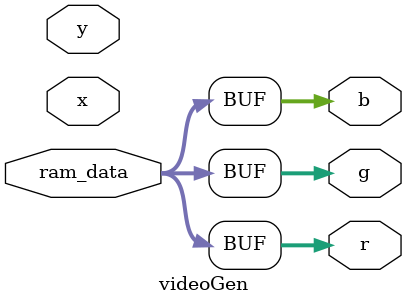
<source format=sv>
module videoGen(
	input logic [9:0] x, y,
	input logic [7:0] ram_data,
	output logic [7:0] r, g, b
);

	
	  always_comb begin
        r <= ram_data;
        g <= ram_data;
        b <= ram_data;
    end
	
endmodule
</source>
